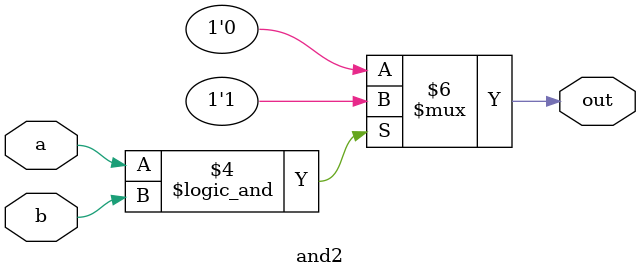
<source format=v>
module and2(a,b, out);
    input a;
    input b;
    output reg out;
    
    always@(a,b)
    begin
        if(a==1'b1 && b==1'b1)
            out=1'b1;
        else
            out=1'b0;
    end
endmodule
</source>
